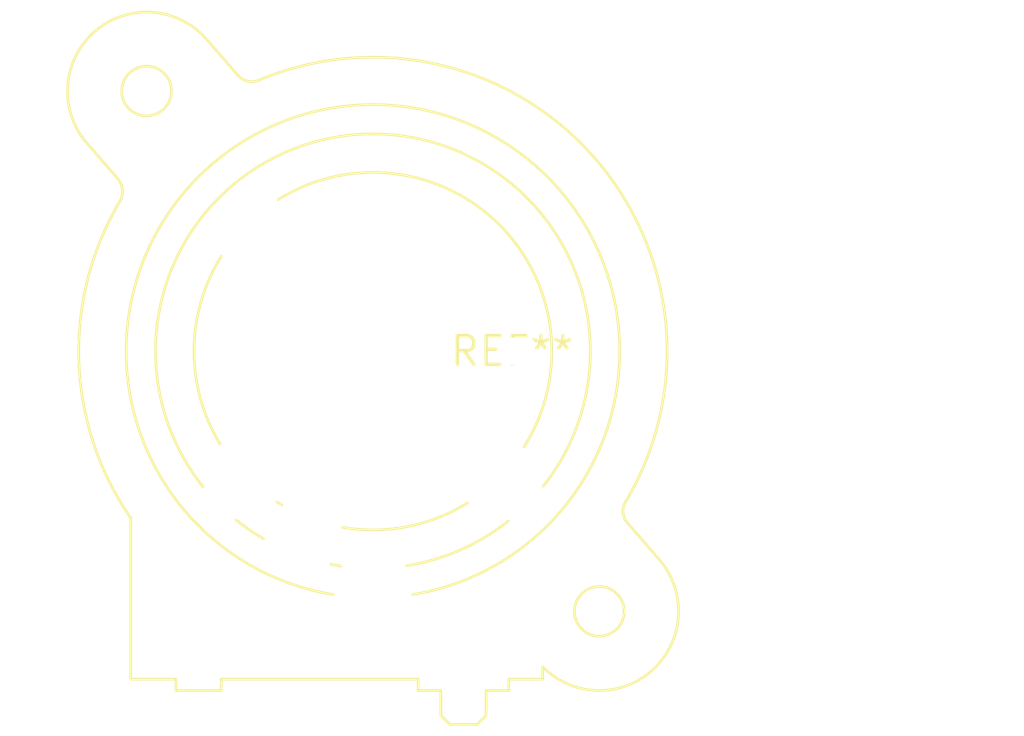
<source format=kicad_pcb>
(kicad_pcb (version 20240108) (generator pcbnew)
  (layers (0 "F.Cu" signal) (31 "B.Cu" signal) (34 "B.Paste" user) (35 "F.Paste" user) (36 "B.SilkS" user "B.Silkscreen") (37 "F.SilkS" user "F.Silkscreen") (38 "B.Mask" user) (39 "F.Mask" user) (44 "Edge.Cuts" user))
  (net 0 "")
  (footprint "Jack_XLR-6.35mm_Neutrik_NCJ10FI-V_Vertical" (layer "F.Cu") (at 0 0)
    (property "Reference" "REF**")
    (property "Value" "Jack_XLR-6.35mm_Neutrik_NCJ10FI-V_Vertical")
    (fp_line (start -17.4 -7.6) (end -18.79 -9.2) (layer "F.SilkS") (stroke (width 0.12)))
    (fp_line (start -16.85 14.5) (end -16.85 7.38) (layer "F.SilkS") (stroke (width 0.12)))
    (fp_line (start -14.85 14.5) (end -16.85 14.5) (layer "F.SilkS") (stroke (width 0.12)))
    (fp_line (start -14.85 14.5) (end -14.85 15) (layer "F.SilkS") (stroke (width 0.12)))
    (fp_line (start -13.51 -13.8) (end -12.11 -12.19) (layer "F.SilkS") (stroke (width 0.12)))
    (fp_line (start -12.85 14.5) (end -12.85 15) (layer "F.SilkS") (stroke (width 0.12)))
    (fp_line (start -12.85 15) (end -14.85 15) (layer "F.SilkS") (stroke (width 0.12)))
    (fp_line (start -4.15 14.5) (end -12.85 14.5) (layer "F.SilkS") (stroke (width 0.12)))
    (fp_line (start -4.15 14.5) (end -4.15 15) (layer "F.SilkS") (stroke (width 0.12)))
    (fp_line (start -3.15 15) (end -4.15 15) (layer "F.SilkS") (stroke (width 0.12)))
    (fp_line (start -3.15 15) (end -3.15 16.1) (layer "F.SilkS") (stroke (width 0.12)))
    (fp_line (start -3.15 16.1) (end -2.75 16.5) (layer "F.SilkS") (stroke (width 0.12)))
    (fp_line (start -1.55 16.5) (end -2.75 16.5) (layer "F.SilkS") (stroke (width 0.12)))
    (fp_line (start -1.15 15) (end -1.15 16.1) (layer "F.SilkS") (stroke (width 0.12)))
    (fp_line (start -1.15 16.1) (end -1.55 16.5) (layer "F.SilkS") (stroke (width 0.12)))
    (fp_line (start -0.15 14.5) (end -0.15 15) (layer "F.SilkS") (stroke (width 0.12)))
    (fp_line (start -0.15 15) (end -1.15 15) (layer "F.SilkS") (stroke (width 0.12)))
    (fp_line (start 1.35 13.95) (end 1.35 14.5) (layer "F.SilkS") (stroke (width 0.12)))
    (fp_line (start 1.35 14.5) (end -0.15 14.5) (layer "F.SilkS") (stroke (width 0.12)))
    (fp_line (start 5.1 7.6) (end 6.49 9.2) (layer "F.SilkS") (stroke (width 0.12)))
    (fp_arc (start -18.79 -9.2) (mid -18.45 -14.14) (end -13.51 -13.8) (layer "F.SilkS") (stroke (width 0.12)))
    (fp_arc (start -17.400452 -7.59955) (mid -17.216295 -7.14315) (end -17.31 -6.66) (layer "F.SilkS") (stroke (width 0.12)))
    (fp_arc (start -16.851206 7.374645) (mid -19.139261 0.42462) (end -17.31 -6.66) (layer "F.SilkS") (stroke (width 0.12)))
    (fp_arc (start -13.65 6) (mid -6.168408 -9.604669) (end 1.372943 5.971208) (layer "F.SilkS") (stroke (width 0.12)))
    (fp_arc (start -12.9 4.11) (mid -14.052663 -0.0501) (end -12.847348 -4.195251) (layer "F.SilkS") (stroke (width 0.12)))
    (fp_arc (start -11.201352 -11.974349) (mid 3.655031 -8.530097) (end 5.01 6.66) (layer "F.SilkS") (stroke (width 0.12)))
    (fp_arc (start -11.177539 -11.981856) (mid -11.677484 -11.93489) (end -12.11 -12.19) (layer "F.SilkS") (stroke (width 0.12)))
    (fp_arc (start -10.99 8.29) (mid -11.604845 7.89901) (end -12.188263 7.462512) (layer "F.SilkS") (stroke (width 0.12)))
    (fp_arc (start -10.34 -6.7) (mid -0.544787 -5.570251) (end 0.523653 4.231839) (layer "F.SilkS") (stroke (width 0.12)))
    (fp_arc (start -10.17 6.8) (mid -10.28219 6.732414) (end -10.393245 6.662978) (layer "F.SilkS") (stroke (width 0.12)))
    (fp_arc (start -7.9 10.76) (mid -6.152346 -10.90138) (end -4.395368 10.759246) (layer "F.SilkS") (stroke (width 0.12)))
    (fp_arc (start -7.55 9.5) (mid -7.781688 9.462959) (end -8.012401 9.420269) (layer "F.SilkS") (stroke (width 0.12)))
    (fp_arc (start -1.96 6.7) (mid -4.625828 7.753902) (end -7.492223 7.78746) (layer "F.SilkS") (stroke (width 0.12)))
    (fp_arc (start -0.16 7.5) (mid -2.282236 8.784674) (end -4.662837 9.482534) (layer "F.SilkS") (stroke (width 0.12)))
    (fp_arc (start 5.109394 7.611661) (mid 4.900255 7.152483) (end 5.01 6.66) (layer "F.SilkS") (stroke (width 0.12)))
    (fp_arc (start 6.49 9.2) (mid 6.227307 14.070606) (end 1.351052 13.95252) (layer "F.SilkS") (stroke (width 0.12)))
    (fp_circle (center -16.15 -11.5) (end -15.05 -11.5) (layer "F.SilkS") (stroke (width 0.12)) (fill none))
    (fp_circle (center 3.85 11.5) (end 4.95 11.5) (layer "F.SilkS") (stroke (width 0.12)) (fill none))
    (pad "1" thru_hole circle (at 0 0) (size 2.9 2.9) (drill 1.2) (layers *.Cu *.Mask) (remove_unused_layers))
    (pad "2" thru_hole circle (at -12.3 0) (size 2.9 2.9) (drill 1.2) (layers *.Cu *.Mask) (remove_unused_layers))
    (pad "3" thru_hole circle (at -6.15 6.05) (size 2.9 2.9) (drill 1.2) (layers *.Cu *.Mask) (remove_unused_layers))
    (pad "G" thru_hole circle (at -6.15 10.45) (size 2.9 2.9) (drill 1.2) (layers *.Cu *.Mask) (remove_unused_layers))
    (pad "GN" thru_hole circle (at -9.25 8.25) (size 2.9 2.9) (drill 1.2) (layers *.Cu *.Mask) (remove_unused_layers))
    (pad "R" thru_hole circle (at -0.35 5.8) (size 2.9 2.9) (drill 1.2) (layers *.Cu *.Mask) (remove_unused_layers))
    (pad "RN" thru_hole circle (at -3.15 3) (size 2.9 2.9) (drill 1.2) (layers *.Cu *.Mask) (remove_unused_layers))
    (pad "S" thru_hole circle (at -11.95 5.8) (size 2.9 2.9) (drill 1.2) (layers *.Cu *.Mask) (remove_unused_layers))
    (pad "SN" thru_hole circle (at -9.15 3) (size 2.9 2.9) (drill 1.2) (layers *.Cu *.Mask) (remove_unused_layers))
    (pad "T" thru_hole circle (at -11.35 -5.2) (size 2.9 2.9) (drill 1.2) (layers *.Cu *.Mask) (remove_unused_layers))
    (pad "TN" thru_hole circle (at -9.15 -3) (size 2.9 2.9) (drill 1.2) (layers *.Cu *.Mask) (remove_unused_layers))
  )
)
</source>
